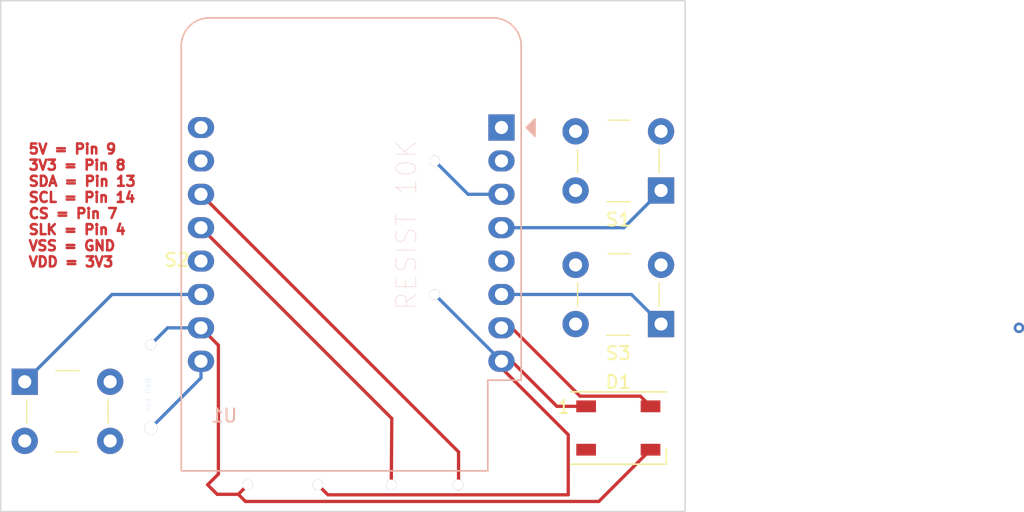
<source format=kicad_pcb>
(kicad_pcb (version 20221018) (generator pcbnew)
  (layers (0 "F.Cu" signal) (31 "B.Cu" signal) (34 "B.Paste" user) (35 "F.Paste" user) (36 "B.SilkS" user "B.Silkscreen") (37 "F.SilkS" user "F.Silkscreen") (38 "B.Mask" user) (39 "F.Mask" user) (44 "Edge.Cuts" user))
  (net 0 "")
  (net 1 "Net-(Brd1-VCC)")
  (net 3 "Net-(D1-DIN)")
  (net 4 "Net-(U1-SCK{slash}D5)")
  (net 8 "Net-(U1-D4)")
  (net 12 "Net-(U1-MOSI{slash}D7)")
  (net 19 "unconnected-(U1-5V-Pad9)")
  (net 20 "Net-(Brd1-GND)")
  (net 22 "Net-(Brd1-SDA)")
  (net 23 "Net-(Brd1-SCL)")
  (net 26 "Net-(U1-D0)")
  (footprint "LED_SMD:LED_WS2812B_PLCC4_5.0x5.0mm_P3.2mm" (layer "F.Cu") (at 179.07 97.79)
    (fp_text reference "D1" (at 0 -3.5) (layer "F.SilkS"))
    (fp_text value "WS2812B")
    (fp_text user "1" (at -4.15 -1.6) (layer "F.SilkS"))
    (fp_line (start -3.65 -2.75) (end 3.65 -2.75) (stroke (width 0.12)) (layer "F.SilkS"))
    (fp_line (start -3.65 2.75) (end 3.65 2.75) (stroke (width 0.12)) (layer "F.SilkS"))
    (fp_line (start 3.65 2.75) (end 3.65 1.6) (stroke (width 0.12)) (layer "F.SilkS"))
    (pad "1" smd rect (at -2.45 -1.65) (size 1.5 0.9) (layers "F.Cu" "F.Paste" "F.Mask") (net 1 "Net-(Brd1-VCC)"))
    (pad "2" smd rect (at -2.45 1.65) (size 1.5 0.9) (layers "F.Cu" "F.Paste" "F.Mask"))
    (pad "3" smd rect (at 2.45 1.65) (size 1.5 0.9) (layers "F.Cu" "F.Paste" "F.Mask") (net 20 "Net-(Brd1-GND)"))
    (pad "4" smd rect (at 2.45 -1.65) (size 1.5 0.9) (layers "F.Cu" "F.Paste" "F.Mask") (net 3 "Net-(D1-DIN)"))
  )
  (footprint "digikey-footprints:Switch_Tactile_THT_B3F-1xxx" (layer "F.Cu") (at 182.3212 79.7306 180)
    (fp_text reference "S1" (at 3.2512 -2.2094) (layer "F.SilkS"))
    (fp_text value "B3F-1000")
    (fp_line (start 0.1512 2.2606) (end 0.1512 1.3606) (stroke (width 0.1)) (layer "F.SilkS"))
    (fp_line (start 0.1512 2.2606) (end 0.1512 3.1606) (stroke (width 0.1)) (layer "F.SilkS"))
    (fp_line (start 2.3512 -0.8394) (end 4.1512 -0.8394) (stroke (width 0.1)) (layer "F.SilkS"))
    (fp_line (start 2.3512 5.3606) (end 4.0512 5.3606) (stroke (width 0.1)) (layer "F.SilkS"))
    (fp_line (start 6.3512 2.2606) (end 6.3512 1.3606) (stroke (width 0.1)) (layer "F.SilkS"))
    (fp_line (start 6.3512 2.2606) (end 6.3512 3.1606) (stroke (width 0.1)) (layer "F.SilkS"))
    (pad "1" thru_hole rect (at 0.0012 0.0106 180) (size 2 2) (drill 1) (layers "*.Cu" "*.Mask") (net 4 "Net-(U1-SCK{slash}D5)"))
    (pad "2" thru_hole circle (at 6.5012 0.0106 180) (size 2 2) (drill 1) (layers "*.Cu" "*.Mask"))
    (pad "3" thru_hole circle (at 0.0012 4.5106 180) (size 2 2) (drill 1) (layers "*.Cu" "*.Mask"))
    (pad "4" thru_hole circle (at 6.5012 4.5106 180) (size 2 2) (drill 1) (layers "*.Cu" "*.Mask"))
  )
  (footprint "digikey-footprints:Switch_Tactile_THT_B3F-1xxx" (layer "F.Cu") (at 182.3212 89.8906 180)
    (fp_text reference "S3" (at 3.2512 -2.2094) (layer "F.SilkS"))
    (fp_text value "B3F-1000")
    (fp_line (start 0.1512 2.2606) (end 0.1512 1.3606) (stroke (width 0.1)) (layer "F.SilkS"))
    (fp_line (start 0.1512 2.2606) (end 0.1512 3.1606) (stroke (width 0.1)) (layer "F.SilkS"))
    (fp_line (start 2.3512 -0.8394) (end 4.1512 -0.8394) (stroke (width 0.1)) (layer "F.SilkS"))
    (fp_line (start 2.3512 5.3606) (end 4.0512 5.3606) (stroke (width 0.1)) (layer "F.SilkS"))
    (fp_line (start 6.3512 2.2606) (end 6.3512 1.3606) (stroke (width 0.1)) (layer "F.SilkS"))
    (fp_line (start 6.3512 2.2606) (end 6.3512 3.1606) (stroke (width 0.1)) (layer "F.SilkS"))
    (pad "1" thru_hole rect (at 0.0012 0.0106 180) (size 2 2) (drill 1) (layers "*.Cu" "*.Mask") (net 12 "Net-(U1-MOSI{slash}D7)"))
    (pad "2" thru_hole circle (at 6.5012 0.0106 180) (size 2 2) (drill 1) (layers "*.Cu" "*.Mask"))
    (pad "3" thru_hole circle (at 0.0012 4.5106 180) (size 2 2) (drill 1) (layers "*.Cu" "*.Mask"))
    (pad "4" thru_hole circle (at 6.5012 4.5106 180) (size 2 2) (drill 1) (layers "*.Cu" "*.Mask"))
  )
  (footprint "digikey-footprints:Switch_Tactile_THT_B3F-1xxx" (layer "F.Cu") (at 133.9088 94.2594)
    (fp_text reference "S2" (at 11.5812 -9.2594) (layer "F.SilkS"))
    (fp_text value "B3F-1000")
    (fp_line (start 0.1512 2.2606) (end 0.1512 1.3606) (stroke (width 0.1)) (layer "F.SilkS"))
    (fp_line (start 0.1512 2.2606) (end 0.1512 3.1606) (stroke (width 0.1)) (layer "F.SilkS"))
    (fp_line (start 2.3512 -0.8394) (end 4.1512 -0.8394) (stroke (width 0.1)) (layer "F.SilkS"))
    (fp_line (start 2.3512 5.3606) (end 4.0512 5.3606) (stroke (width 0.1)) (layer "F.SilkS"))
    (fp_line (start 6.3512 2.2606) (end 6.3512 1.3606) (stroke (width 0.1)) (layer "F.SilkS"))
    (fp_line (start 6.3512 2.2606) (end 6.3512 3.1606) (stroke (width 0.1)) (layer "F.SilkS"))
    (pad "1" thru_hole rect (at 0.0012 0.0106) (size 2 2) (drill 1) (layers "*.Cu" "*.Mask") (net 8 "Net-(U1-D4)"))
    (pad "2" thru_hole circle (at 6.5012 0.0106) (size 2 2) (drill 1) (layers "*.Cu" "*.Mask"))
    (pad "3" thru_hole circle (at 0.0012 4.5106) (size 2 2) (drill 1) (layers "*.Cu" "*.Mask"))
    (pad "4" thru_hole circle (at 6.5012 4.5106) (size 2 2) (drill 1) (layers "*.Cu" "*.Mask"))
  )
  (footprint "Module:WEMOS_D1_mini_light" (layer "B.Cu") (at 170.18 74.93 180)
    (fp_text reference "U1" (at 21.105 -21.92) (layer "B.SilkS") (effects (justify mirror)))
    (fp_text value "WeMos_D1_mini")
    (fp_line (start -1.5 -19.22) (end -1.5 6.21) (stroke (width 0.12)) (layer "B.SilkS"))
    (fp_line (start -1.5 -19.22) (end 1.04 -19.22) (stroke (width 0.12)) (layer "B.SilkS"))
    (fp_line (start 1.04 -26.12) (end 24.36 -26.12) (stroke (width 0.12)) (layer "B.SilkS"))
    (fp_line (start 1.04 -19.22) (end 1.04 -26.12) (stroke (width 0.12)) (layer "B.SilkS"))
    (fp_line (start 22.24 8.34) (end 0.63 8.34) (stroke (width 0.12)) (layer "B.SilkS"))
    (fp_line (start 24.36 -26.12) (end 24.36 6.21) (stroke (width 0.12)) (layer "B.SilkS"))
    (fp_arc (start 0.63 8.34) (mid -0.876137 7.716137) (end -1.5 6.21) (stroke (width 0.12)) (layer "B.SilkS"))
    (fp_arc (start 24.36 6.21) (mid 23.736137 7.716137) (end 22.23 8.34) (stroke (width 0.12)) (layer "B.SilkS"))
    (fp_poly (pts (xy -2.54 0.635) (xy -2.54 -0.635) (xy -1.905 0)) (stroke (width 0.15)) (fill solid) (layer "B.SilkS"))
    (pad "1" thru_hole rect (at 0 0 180) (size 2 2) (drill 1) (layers "*.Cu" "*.Mask"))
    (pad "2" thru_hole oval (at 0 -2.54 180) (size 2 1.6) (drill 1) (layers "*.Cu" "*.Mask"))
    (pad "3" thru_hole oval (at 0 -5.08 180) (size 2 1.6) (drill 1) (layers "*.Cu" "*.Mask") (net 26 "Net-(U1-D0)"))
    (pad "4" thru_hole oval (at 0 -7.62 180) (size 2 1.6) (drill 1) (layers "*.Cu" "*.Mask") (net 4 "Net-(U1-SCK{slash}D5)"))
    (pad "5" thru_hole oval (at 0 -10.16 180) (size 2 1.6) (drill 1) (layers "*.Cu" "*.Mask"))
    (pad "6" thru_hole oval (at 0 -12.7 180) (size 2 1.6) (drill 1) (layers "*.Cu" "*.Mask") (net 12 "Net-(U1-MOSI{slash}D7)"))
    (pad "7" thru_hole oval (at 0 -15.24 180) (size 2 1.6) (drill 1) (layers "*.Cu" "*.Mask") (net 3 "Net-(D1-DIN)"))
    (pad "8" thru_hole oval (at 0 -17.78 180) (size 2 1.6) (drill 1) (layers "*.Cu" "*.Mask") (net 1 "Net-(Brd1-VCC)"))
    (pad "9" thru_hole oval (at 22.86 -17.78 180) (size 2 1.6) (drill 1) (layers "*.Cu" "*.Mask") (net 19 "unconnected-(U1-5V-Pad9)"))
    (pad "10" thru_hole oval (at 22.86 -15.24 180) (size 2 1.6) (drill 1) (layers "*.Cu" "*.Mask") (net 20 "Net-(Brd1-GND)"))
    (pad "11" thru_hole oval (at 22.86 -12.7 180) (size 2 1.6) (drill 1) (layers "*.Cu" "*.Mask") (net 8 "Net-(U1-D4)"))
    (pad "12" thru_hole oval (at 22.86 -10.16 180) (size 2 1.6) (drill 1) (layers "*.Cu" "*.Mask"))
    (pad "13" thru_hole oval (at 22.86 -7.62 180) (size 2 1.6) (drill 1) (layers "*.Cu" "*.Mask") (net 22 "Net-(Brd1-SDA)"))
    (pad "14" thru_hole oval (at 22.86 -5.08 180) (size 2 1.6) (drill 1) (layers "*.Cu" "*.Mask") (net 23 "Net-(Brd1-SCL)"))
    (pad "15" thru_hole oval (at 22.86 -2.54 180) (size 2 1.6) (drill 1) (layers "*.Cu" "*.Mask"))
    (pad "16" thru_hole oval (at 22.86 0 180) (size 2 1.6) (drill 1) (layers "*.Cu" "*.Mask"))
  )
  (gr_rect (start 132.08 65.278) (end 184.15 104.14) (stroke (width 0.1)) (fill none) (layer "Edge.Cuts"))
  (gr_text "5V = Pin 9\n3V3 = Pin 8\nSDA = Pin 13\nSCL = Pin 14\nCS = Pin 7\nSLK = Pin 4\nVSS = GND\nVDD = 3V3\n" (at 134.112 85.598) (layer "F.Cu") (effects (font (size 0.762 0.762) (thickness 0.1905) bold) (justify left bottom)))
  (gr_text "RESIST 10K" (at 163.83 88.9 90) (layer "F.Cu") (effects (font (size 1.5 1.5) (thickness 0.01) bold) (justify left bottom)))
  (gr_text "Batt con" (at 143.51 93.98 90) (layer "B.Cu") (effects (font (size 0.4 0.4) (thickness 0.00635) bold) (justify left bottom mirror)))
  (segment (start 170.350786 83.55) (end 170.965 83.55) (width 0) (layer "F.Cu") (net 0))
  (via (at 209.55 90.17) (size 0.8) (drill 0.4) (layers "F.Cu" "B.Cu") (net 0))
  (segment (start 170.18 92.71) (end 170.18 93.218) (width 0.25) (layer "F.Cu") (net 1))
  (segment (start 176.62 96.14) (end 174.395 96.14) (width 0.25) (layer "F.Cu") (net 1))
  (segment (start 156.972 102.87) (end 156.21 102.108) (width 0.25) (layer "F.Cu") (net 1))
  (segment (start 170.18 92.71) (end 170.965 92.71) (width 0.25) (layer "F.Cu") (net 1))
  (segment (start 156.173 102.108) (end 156.21 102.108) (width 0.25) (layer "F.Cu") (net 1))
  (segment (start 175.26 98.298) (end 175.26 102.87) (width 0.25) (layer "F.Cu") (net 1))
  (segment (start 175.26 102.87) (end 156.972 102.87) (width 0.25) (layer "F.Cu") (net 1))
  (segment (start 156.21 102.108) (end 156.473305 102.108) (width 0.25) (layer "F.Cu") (net 1))
  (segment (start 170.18 93.218) (end 175.26 98.298) (width 0.25) (layer "F.Cu") (net 1))
  (segment (start 174.395 96.14) (end 170.965 92.71) (width 0.25) (layer "F.Cu") (net 1))
  (via (at 165.1 87.63) (size 0.8) (drill 1) (layers "F.Cu" "B.Cu") (net 1))
  (via (at 156.21 102.108) (size 0.8) (drill 1) (layers "F.Cu" "B.Cu") (net 1))
  (segment (start 170.965 92.71) (end 170.18 92.71) (width 0.25) (layer "B.Cu") (net 1))
  (segment (start 170.18 92.71) (end 165.1 87.63) (width 0.25) (layer "B.Cu") (net 1))
  (segment (start 176.16 95.365) (end 170.965 90.17) (width 0.25) (layer "F.Cu") (net 3))
  (segment (start 180.745 95.365) (end 176.16 95.365) (width 0.25) (layer "F.Cu") (net 3))
  (segment (start 181.52 96.14) (end 180.745 95.365) (width 0.25) (layer "F.Cu") (net 3))
  (segment (start 182.32 79.72) (end 179.49 82.55) (width 0.25) (layer "B.Cu") (net 4))
  (segment (start 179.49 82.55) (end 170.965 82.55) (width 0.25) (layer "B.Cu") (net 4))
  (segment (start 133.91 94.27) (end 140.55 87.63) (width 0.25) (layer "B.Cu") (net 8))
  (segment (start 140.55 87.63) (end 148.105 87.63) (width 0.25) (layer "B.Cu") (net 8))
  (segment (start 182.32 89.88) (end 180.07 87.63) (width 0.25) (layer "B.Cu") (net 12))
  (segment (start 180.07 87.63) (end 170.965 87.63) (width 0.25) (layer "B.Cu") (net 12))
  (via (at 143.51 97.79) (size 1) (drill 1) (layers "F.Cu" "B.Cu") (net 19))
  (segment (start 147.32 93.98) (end 143.51 97.79) (width 0.25) (layer "B.Cu") (net 19))
  (segment (start 147.32 93.98) (end 147.32 92.71) (width 0.25) (layer "B.Cu") (net 19))
  (segment (start 148.553 102.833) (end 150.160305 102.833) (width 0.25) (layer "F.Cu") (net 20))
  (segment (start 147.32 90.17) (end 148.645 91.495) (width 0.25) (layer "F.Cu") (net 20))
  (segment (start 150.160305 102.833) (end 150.705305 103.378) (width 0.25) (layer "F.Cu") (net 20))
  (segment (start 150.160305 102.833) (end 150.876 102.117305) (width 0.25) (layer "F.Cu") (net 20))
  (segment (start 147.828 102.108) (end 148.553 102.833) (width 0.25) (layer "F.Cu") (net 20))
  (segment (start 177.582 103.378) (end 181.52 99.44) (width 0.25) (layer "F.Cu") (net 20))
  (segment (start 148.645 101.291) (end 147.828 102.108) (width 0.25) (layer "F.Cu") (net 20))
  (segment (start 148.645 91.495) (end 148.645 101.291) (width 0.25) (layer "F.Cu") (net 20))
  (segment (start 150.705305 103.378) (end 177.582 103.378) (width 0.25) (layer "F.Cu") (net 20))
  (segment (start 150.876 102.117305) (end 150.876 102.108) (width 0.25) (layer "F.Cu") (net 20))
  (via (at 143.51 91.44) (size 0.8) (drill 1) (layers "F.Cu" "B.Cu") (net 20))
  (via (at 150.876 102.108) (size 0.8) (drill 1) (layers "F.Cu" "B.Cu") (net 20))
  (segment (start 147.32 90.17) (end 144.78 90.17) (width 0.25) (layer "B.Cu") (net 20))
  (segment (start 144.78 90.17) (end 143.51 91.44) (width 0.25) (layer "B.Cu") (net 20))
  (segment (start 161.835 97.065) (end 147.32 82.55) (width 0.25) (layer "F.Cu") (net 22))
  (segment (start 161.798 102.108) (end 161.835 97.065) (width 0.25) (layer "F.Cu") (net 22))
  (segment (start 161.835 102.108) (end 161.798 102.108) (width 0.25) (layer "F.Cu") (net 22))
  (via (at 161.798 102.108) (size 0.8) (drill 1) (layers "F.Cu" "B.Cu") (net 22))
  (segment (start 166.915 102.408305) (end 166.915 102.145) (width 0.25) (layer "F.Cu") (net 23))
  (segment (start 166.915 99.605) (end 147.32 80.01) (width 0.25) (layer "F.Cu") (net 23))
  (segment (start 166.915 102.071) (end 166.915 99.605) (width 0.25) (layer "F.Cu") (net 23))
  (segment (start 166.915 102.145) (end 166.878 102.108) (width 0.25) (layer "F.Cu") (net 23))
  (segment (start 166.878 102.108) (end 166.915 102.071) (width 0.25) (layer "F.Cu") (net 23))
  (via (at 166.878 102.108) (size 0.8) (drill 1) (layers "F.Cu" "B.Cu") (net 23))
  (via (at 165.1 77.47) (size 0.8) (drill 1) (layers "F.Cu" "B.Cu") (net 26))
  (segment (start 167.64 80.01) (end 165.1 77.47) (width 0.25) (layer "B.Cu") (net 26))
  (segment (start 170.965 80.01) (end 167.64 80.01) (width 0.25) (layer "B.Cu") (net 26))
)
</source>
